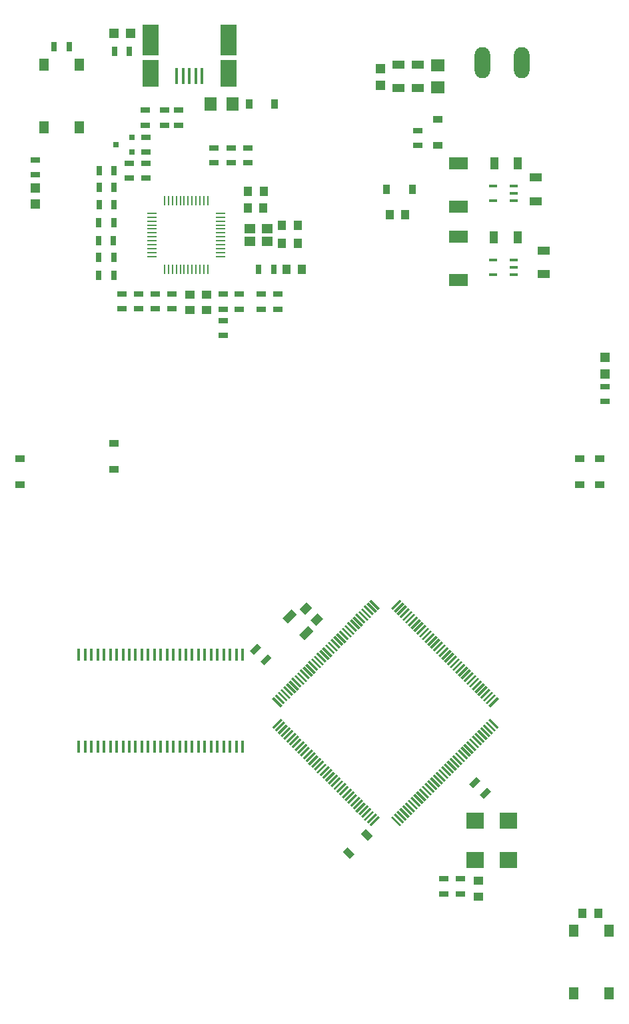
<source format=gtp>
G04 #@! TF.FileFunction,Paste,Top*
%FSLAX46Y46*%
G04 Gerber Fmt 4.6, Leading zero omitted, Abs format (unit mm)*
G04 Created by KiCad (PCBNEW 4.0.4+e1-6308~48~ubuntu14.04.1-stable) date Wed Oct 19 19:57:22 2016*
%MOMM*%
%LPD*%
G01*
G04 APERTURE LIST*
%ADD10C,0.100000*%
%ADD11R,0.457200X1.510000*%
%ADD12R,0.700000X1.300000*%
%ADD13R,1.300000X0.700000*%
%ADD14R,1.600000X1.000000*%
%ADD15R,1.000000X1.250000*%
%ADD16R,1.000000X1.600000*%
%ADD17R,1.250000X1.000000*%
%ADD18R,1.198880X1.198880*%
%ADD19R,2.200000X2.000000*%
%ADD20R,1.800000X1.600000*%
%ADD21R,2.400000X1.500000*%
%ADD22R,1.300000X1.550000*%
%ADD23R,1.098400X0.448400*%
%ADD24R,1.600000X1.800000*%
%ADD25R,0.398400X2.148400*%
%ADD26R,1.998400X3.398400*%
%ADD27R,1.998400X3.898400*%
%ADD28R,0.800100X0.800100*%
%ADD29R,1.300000X0.250000*%
%ADD30R,0.250000X1.300000*%
%ADD31R,1.400000X1.200000*%
%ADD32R,0.910000X1.220000*%
%ADD33R,1.220000X0.910000*%
%ADD34O,1.981200X3.962400*%
G04 APERTURE END LIST*
D10*
D11*
X29607366Y-111413832D03*
X30407366Y-111413832D03*
X31207366Y-111413832D03*
X32007366Y-111413832D03*
X32807366Y-111413832D03*
X33607366Y-111413832D03*
X34407366Y-111413832D03*
X35207366Y-111413832D03*
X36007366Y-111413832D03*
X36807366Y-111413832D03*
X37607366Y-111413832D03*
X38407366Y-111413832D03*
X39207366Y-111413832D03*
X40007366Y-111413832D03*
X40807366Y-111413832D03*
X41607366Y-111413832D03*
X42407366Y-111413832D03*
X43207366Y-111413832D03*
X44007366Y-111413832D03*
X44807366Y-111413832D03*
X45607366Y-111413832D03*
X46407366Y-111413832D03*
X47207366Y-111413832D03*
X48007366Y-111413832D03*
X48807366Y-111413832D03*
X49607366Y-111413832D03*
X50407366Y-111413832D03*
X50407366Y-99743832D03*
X49607366Y-99743832D03*
X48807366Y-99743832D03*
X48007366Y-99743832D03*
X47207366Y-99743832D03*
X46407366Y-99743832D03*
X45607366Y-99743832D03*
X44807366Y-99743832D03*
X44007366Y-99743832D03*
X43207366Y-99743832D03*
X42407366Y-99743832D03*
X41607366Y-99743832D03*
X40807366Y-99743832D03*
X40007366Y-99743832D03*
X39207366Y-99743832D03*
X38407366Y-99743832D03*
X37607366Y-99743832D03*
X36807366Y-99743832D03*
X36007366Y-99743832D03*
X35207366Y-99743832D03*
X34407366Y-99743832D03*
X33607366Y-99743832D03*
X32807366Y-99743832D03*
X32007366Y-99743832D03*
X31207366Y-99743832D03*
X30407366Y-99743832D03*
X29607366Y-99743832D03*
D12*
X34049996Y-44850000D03*
X32149996Y-44850000D03*
D13*
X48950000Y-37250000D03*
X48950000Y-35350000D03*
D10*
G36*
X82745169Y-105062900D02*
X82957301Y-105275032D01*
X81861285Y-106371048D01*
X81649153Y-106158916D01*
X82745169Y-105062900D01*
X82745169Y-105062900D01*
G37*
G36*
X82391616Y-104709346D02*
X82603748Y-104921478D01*
X81507732Y-106017494D01*
X81295600Y-105805362D01*
X82391616Y-104709346D01*
X82391616Y-104709346D01*
G37*
G36*
X82038062Y-104355793D02*
X82250194Y-104567925D01*
X81154178Y-105663941D01*
X80942046Y-105451809D01*
X82038062Y-104355793D01*
X82038062Y-104355793D01*
G37*
G36*
X81684509Y-104002240D02*
X81896641Y-104214372D01*
X80800625Y-105310388D01*
X80588493Y-105098256D01*
X81684509Y-104002240D01*
X81684509Y-104002240D01*
G37*
G36*
X81330955Y-103648686D02*
X81543087Y-103860818D01*
X80447071Y-104956834D01*
X80234939Y-104744702D01*
X81330955Y-103648686D01*
X81330955Y-103648686D01*
G37*
G36*
X80977402Y-103295133D02*
X81189534Y-103507265D01*
X80093518Y-104603281D01*
X79881386Y-104391149D01*
X80977402Y-103295133D01*
X80977402Y-103295133D01*
G37*
G36*
X80623849Y-102941579D02*
X80835981Y-103153711D01*
X79739965Y-104249727D01*
X79527833Y-104037595D01*
X80623849Y-102941579D01*
X80623849Y-102941579D01*
G37*
G36*
X80270295Y-102588026D02*
X80482427Y-102800158D01*
X79386411Y-103896174D01*
X79174279Y-103684042D01*
X80270295Y-102588026D01*
X80270295Y-102588026D01*
G37*
G36*
X79916742Y-102234473D02*
X80128874Y-102446605D01*
X79032858Y-103542621D01*
X78820726Y-103330489D01*
X79916742Y-102234473D01*
X79916742Y-102234473D01*
G37*
G36*
X79563188Y-101880919D02*
X79775320Y-102093051D01*
X78679304Y-103189067D01*
X78467172Y-102976935D01*
X79563188Y-101880919D01*
X79563188Y-101880919D01*
G37*
G36*
X79209635Y-101527366D02*
X79421767Y-101739498D01*
X78325751Y-102835514D01*
X78113619Y-102623382D01*
X79209635Y-101527366D01*
X79209635Y-101527366D01*
G37*
G36*
X78856082Y-101173812D02*
X79068214Y-101385944D01*
X77972198Y-102481960D01*
X77760066Y-102269828D01*
X78856082Y-101173812D01*
X78856082Y-101173812D01*
G37*
G36*
X78502528Y-100820259D02*
X78714660Y-101032391D01*
X77618644Y-102128407D01*
X77406512Y-101916275D01*
X78502528Y-100820259D01*
X78502528Y-100820259D01*
G37*
G36*
X78148975Y-100466706D02*
X78361107Y-100678838D01*
X77265091Y-101774854D01*
X77052959Y-101562722D01*
X78148975Y-100466706D01*
X78148975Y-100466706D01*
G37*
G36*
X77795421Y-100113152D02*
X78007553Y-100325284D01*
X76911537Y-101421300D01*
X76699405Y-101209168D01*
X77795421Y-100113152D01*
X77795421Y-100113152D01*
G37*
G36*
X77441868Y-99759599D02*
X77654000Y-99971731D01*
X76557984Y-101067747D01*
X76345852Y-100855615D01*
X77441868Y-99759599D01*
X77441868Y-99759599D01*
G37*
G36*
X77088315Y-99406046D02*
X77300447Y-99618178D01*
X76204431Y-100714194D01*
X75992299Y-100502062D01*
X77088315Y-99406046D01*
X77088315Y-99406046D01*
G37*
G36*
X76734761Y-99052492D02*
X76946893Y-99264624D01*
X75850877Y-100360640D01*
X75638745Y-100148508D01*
X76734761Y-99052492D01*
X76734761Y-99052492D01*
G37*
G36*
X76381208Y-98698939D02*
X76593340Y-98911071D01*
X75497324Y-100007087D01*
X75285192Y-99794955D01*
X76381208Y-98698939D01*
X76381208Y-98698939D01*
G37*
G36*
X76027654Y-98345385D02*
X76239786Y-98557517D01*
X75143770Y-99653533D01*
X74931638Y-99441401D01*
X76027654Y-98345385D01*
X76027654Y-98345385D01*
G37*
G36*
X75674101Y-97991832D02*
X75886233Y-98203964D01*
X74790217Y-99299980D01*
X74578085Y-99087848D01*
X75674101Y-97991832D01*
X75674101Y-97991832D01*
G37*
G36*
X75320548Y-97638279D02*
X75532680Y-97850411D01*
X74436664Y-98946427D01*
X74224532Y-98734295D01*
X75320548Y-97638279D01*
X75320548Y-97638279D01*
G37*
G36*
X74966994Y-97284725D02*
X75179126Y-97496857D01*
X74083110Y-98592873D01*
X73870978Y-98380741D01*
X74966994Y-97284725D01*
X74966994Y-97284725D01*
G37*
G36*
X74613441Y-96931172D02*
X74825573Y-97143304D01*
X73729557Y-98239320D01*
X73517425Y-98027188D01*
X74613441Y-96931172D01*
X74613441Y-96931172D01*
G37*
G36*
X74259888Y-96577618D02*
X74472020Y-96789750D01*
X73376004Y-97885766D01*
X73163872Y-97673634D01*
X74259888Y-96577618D01*
X74259888Y-96577618D01*
G37*
G36*
X73906334Y-96224065D02*
X74118466Y-96436197D01*
X73022450Y-97532213D01*
X72810318Y-97320081D01*
X73906334Y-96224065D01*
X73906334Y-96224065D01*
G37*
G36*
X73552781Y-95870512D02*
X73764913Y-96082644D01*
X72668897Y-97178660D01*
X72456765Y-96966528D01*
X73552781Y-95870512D01*
X73552781Y-95870512D01*
G37*
G36*
X73199227Y-95516958D02*
X73411359Y-95729090D01*
X72315343Y-96825106D01*
X72103211Y-96612974D01*
X73199227Y-95516958D01*
X73199227Y-95516958D01*
G37*
G36*
X72845674Y-95163405D02*
X73057806Y-95375537D01*
X71961790Y-96471553D01*
X71749658Y-96259421D01*
X72845674Y-95163405D01*
X72845674Y-95163405D01*
G37*
G36*
X72492121Y-94809851D02*
X72704253Y-95021983D01*
X71608237Y-96117999D01*
X71396105Y-95905867D01*
X72492121Y-94809851D01*
X72492121Y-94809851D01*
G37*
G36*
X72138567Y-94456298D02*
X72350699Y-94668430D01*
X71254683Y-95764446D01*
X71042551Y-95552314D01*
X72138567Y-94456298D01*
X72138567Y-94456298D01*
G37*
G36*
X71785014Y-94102745D02*
X71997146Y-94314877D01*
X70901130Y-95410893D01*
X70688998Y-95198761D01*
X71785014Y-94102745D01*
X71785014Y-94102745D01*
G37*
G36*
X71431460Y-93749191D02*
X71643592Y-93961323D01*
X70547576Y-95057339D01*
X70335444Y-94845207D01*
X71431460Y-93749191D01*
X71431460Y-93749191D01*
G37*
G36*
X71077907Y-93395638D02*
X71290039Y-93607770D01*
X70194023Y-94703786D01*
X69981891Y-94491654D01*
X71077907Y-93395638D01*
X71077907Y-93395638D01*
G37*
G36*
X70724354Y-93042084D02*
X70936486Y-93254216D01*
X69840470Y-94350232D01*
X69628338Y-94138100D01*
X70724354Y-93042084D01*
X70724354Y-93042084D01*
G37*
G36*
X70370800Y-92688531D02*
X70582932Y-92900663D01*
X69486916Y-93996679D01*
X69274784Y-93784547D01*
X70370800Y-92688531D01*
X70370800Y-92688531D01*
G37*
G36*
X66517068Y-92900663D02*
X66729200Y-92688531D01*
X67825216Y-93784547D01*
X67613084Y-93996679D01*
X66517068Y-92900663D01*
X66517068Y-92900663D01*
G37*
G36*
X66163514Y-93254216D02*
X66375646Y-93042084D01*
X67471662Y-94138100D01*
X67259530Y-94350232D01*
X66163514Y-93254216D01*
X66163514Y-93254216D01*
G37*
G36*
X65809961Y-93607770D02*
X66022093Y-93395638D01*
X67118109Y-94491654D01*
X66905977Y-94703786D01*
X65809961Y-93607770D01*
X65809961Y-93607770D01*
G37*
G36*
X65456408Y-93961323D02*
X65668540Y-93749191D01*
X66764556Y-94845207D01*
X66552424Y-95057339D01*
X65456408Y-93961323D01*
X65456408Y-93961323D01*
G37*
G36*
X65102854Y-94314877D02*
X65314986Y-94102745D01*
X66411002Y-95198761D01*
X66198870Y-95410893D01*
X65102854Y-94314877D01*
X65102854Y-94314877D01*
G37*
G36*
X64749301Y-94668430D02*
X64961433Y-94456298D01*
X66057449Y-95552314D01*
X65845317Y-95764446D01*
X64749301Y-94668430D01*
X64749301Y-94668430D01*
G37*
G36*
X64395747Y-95021983D02*
X64607879Y-94809851D01*
X65703895Y-95905867D01*
X65491763Y-96117999D01*
X64395747Y-95021983D01*
X64395747Y-95021983D01*
G37*
G36*
X64042194Y-95375537D02*
X64254326Y-95163405D01*
X65350342Y-96259421D01*
X65138210Y-96471553D01*
X64042194Y-95375537D01*
X64042194Y-95375537D01*
G37*
G36*
X63688641Y-95729090D02*
X63900773Y-95516958D01*
X64996789Y-96612974D01*
X64784657Y-96825106D01*
X63688641Y-95729090D01*
X63688641Y-95729090D01*
G37*
G36*
X63335087Y-96082644D02*
X63547219Y-95870512D01*
X64643235Y-96966528D01*
X64431103Y-97178660D01*
X63335087Y-96082644D01*
X63335087Y-96082644D01*
G37*
G36*
X62981534Y-96436197D02*
X63193666Y-96224065D01*
X64289682Y-97320081D01*
X64077550Y-97532213D01*
X62981534Y-96436197D01*
X62981534Y-96436197D01*
G37*
G36*
X62627980Y-96789750D02*
X62840112Y-96577618D01*
X63936128Y-97673634D01*
X63723996Y-97885766D01*
X62627980Y-96789750D01*
X62627980Y-96789750D01*
G37*
G36*
X62274427Y-97143304D02*
X62486559Y-96931172D01*
X63582575Y-98027188D01*
X63370443Y-98239320D01*
X62274427Y-97143304D01*
X62274427Y-97143304D01*
G37*
G36*
X61920874Y-97496857D02*
X62133006Y-97284725D01*
X63229022Y-98380741D01*
X63016890Y-98592873D01*
X61920874Y-97496857D01*
X61920874Y-97496857D01*
G37*
G36*
X61567320Y-97850411D02*
X61779452Y-97638279D01*
X62875468Y-98734295D01*
X62663336Y-98946427D01*
X61567320Y-97850411D01*
X61567320Y-97850411D01*
G37*
G36*
X61213767Y-98203964D02*
X61425899Y-97991832D01*
X62521915Y-99087848D01*
X62309783Y-99299980D01*
X61213767Y-98203964D01*
X61213767Y-98203964D01*
G37*
G36*
X60860214Y-98557517D02*
X61072346Y-98345385D01*
X62168362Y-99441401D01*
X61956230Y-99653533D01*
X60860214Y-98557517D01*
X60860214Y-98557517D01*
G37*
G36*
X60506660Y-98911071D02*
X60718792Y-98698939D01*
X61814808Y-99794955D01*
X61602676Y-100007087D01*
X60506660Y-98911071D01*
X60506660Y-98911071D01*
G37*
G36*
X60153107Y-99264624D02*
X60365239Y-99052492D01*
X61461255Y-100148508D01*
X61249123Y-100360640D01*
X60153107Y-99264624D01*
X60153107Y-99264624D01*
G37*
G36*
X59799553Y-99618178D02*
X60011685Y-99406046D01*
X61107701Y-100502062D01*
X60895569Y-100714194D01*
X59799553Y-99618178D01*
X59799553Y-99618178D01*
G37*
G36*
X59446000Y-99971731D02*
X59658132Y-99759599D01*
X60754148Y-100855615D01*
X60542016Y-101067747D01*
X59446000Y-99971731D01*
X59446000Y-99971731D01*
G37*
G36*
X59092447Y-100325284D02*
X59304579Y-100113152D01*
X60400595Y-101209168D01*
X60188463Y-101421300D01*
X59092447Y-100325284D01*
X59092447Y-100325284D01*
G37*
G36*
X58738893Y-100678838D02*
X58951025Y-100466706D01*
X60047041Y-101562722D01*
X59834909Y-101774854D01*
X58738893Y-100678838D01*
X58738893Y-100678838D01*
G37*
G36*
X58385340Y-101032391D02*
X58597472Y-100820259D01*
X59693488Y-101916275D01*
X59481356Y-102128407D01*
X58385340Y-101032391D01*
X58385340Y-101032391D01*
G37*
G36*
X58031786Y-101385944D02*
X58243918Y-101173812D01*
X59339934Y-102269828D01*
X59127802Y-102481960D01*
X58031786Y-101385944D01*
X58031786Y-101385944D01*
G37*
G36*
X57678233Y-101739498D02*
X57890365Y-101527366D01*
X58986381Y-102623382D01*
X58774249Y-102835514D01*
X57678233Y-101739498D01*
X57678233Y-101739498D01*
G37*
G36*
X57324680Y-102093051D02*
X57536812Y-101880919D01*
X58632828Y-102976935D01*
X58420696Y-103189067D01*
X57324680Y-102093051D01*
X57324680Y-102093051D01*
G37*
G36*
X56971126Y-102446605D02*
X57183258Y-102234473D01*
X58279274Y-103330489D01*
X58067142Y-103542621D01*
X56971126Y-102446605D01*
X56971126Y-102446605D01*
G37*
G36*
X56617573Y-102800158D02*
X56829705Y-102588026D01*
X57925721Y-103684042D01*
X57713589Y-103896174D01*
X56617573Y-102800158D01*
X56617573Y-102800158D01*
G37*
G36*
X56264019Y-103153711D02*
X56476151Y-102941579D01*
X57572167Y-104037595D01*
X57360035Y-104249727D01*
X56264019Y-103153711D01*
X56264019Y-103153711D01*
G37*
G36*
X55910466Y-103507265D02*
X56122598Y-103295133D01*
X57218614Y-104391149D01*
X57006482Y-104603281D01*
X55910466Y-103507265D01*
X55910466Y-103507265D01*
G37*
G36*
X55556913Y-103860818D02*
X55769045Y-103648686D01*
X56865061Y-104744702D01*
X56652929Y-104956834D01*
X55556913Y-103860818D01*
X55556913Y-103860818D01*
G37*
G36*
X55203359Y-104214372D02*
X55415491Y-104002240D01*
X56511507Y-105098256D01*
X56299375Y-105310388D01*
X55203359Y-104214372D01*
X55203359Y-104214372D01*
G37*
G36*
X54849806Y-104567925D02*
X55061938Y-104355793D01*
X56157954Y-105451809D01*
X55945822Y-105663941D01*
X54849806Y-104567925D01*
X54849806Y-104567925D01*
G37*
G36*
X54496252Y-104921478D02*
X54708384Y-104709346D01*
X55804400Y-105805362D01*
X55592268Y-106017494D01*
X54496252Y-104921478D01*
X54496252Y-104921478D01*
G37*
G36*
X54142699Y-105275032D02*
X54354831Y-105062900D01*
X55450847Y-106158916D01*
X55238715Y-106371048D01*
X54142699Y-105275032D01*
X54142699Y-105275032D01*
G37*
G36*
X55238715Y-107820616D02*
X55450847Y-108032748D01*
X54354831Y-109128764D01*
X54142699Y-108916632D01*
X55238715Y-107820616D01*
X55238715Y-107820616D01*
G37*
G36*
X55592268Y-108174170D02*
X55804400Y-108386302D01*
X54708384Y-109482318D01*
X54496252Y-109270186D01*
X55592268Y-108174170D01*
X55592268Y-108174170D01*
G37*
G36*
X55945822Y-108527723D02*
X56157954Y-108739855D01*
X55061938Y-109835871D01*
X54849806Y-109623739D01*
X55945822Y-108527723D01*
X55945822Y-108527723D01*
G37*
G36*
X56299375Y-108881276D02*
X56511507Y-109093408D01*
X55415491Y-110189424D01*
X55203359Y-109977292D01*
X56299375Y-108881276D01*
X56299375Y-108881276D01*
G37*
G36*
X56652929Y-109234830D02*
X56865061Y-109446962D01*
X55769045Y-110542978D01*
X55556913Y-110330846D01*
X56652929Y-109234830D01*
X56652929Y-109234830D01*
G37*
G36*
X57006482Y-109588383D02*
X57218614Y-109800515D01*
X56122598Y-110896531D01*
X55910466Y-110684399D01*
X57006482Y-109588383D01*
X57006482Y-109588383D01*
G37*
G36*
X57360035Y-109941937D02*
X57572167Y-110154069D01*
X56476151Y-111250085D01*
X56264019Y-111037953D01*
X57360035Y-109941937D01*
X57360035Y-109941937D01*
G37*
G36*
X57713589Y-110295490D02*
X57925721Y-110507622D01*
X56829705Y-111603638D01*
X56617573Y-111391506D01*
X57713589Y-110295490D01*
X57713589Y-110295490D01*
G37*
G36*
X58067142Y-110649043D02*
X58279274Y-110861175D01*
X57183258Y-111957191D01*
X56971126Y-111745059D01*
X58067142Y-110649043D01*
X58067142Y-110649043D01*
G37*
G36*
X58420696Y-111002597D02*
X58632828Y-111214729D01*
X57536812Y-112310745D01*
X57324680Y-112098613D01*
X58420696Y-111002597D01*
X58420696Y-111002597D01*
G37*
G36*
X58774249Y-111356150D02*
X58986381Y-111568282D01*
X57890365Y-112664298D01*
X57678233Y-112452166D01*
X58774249Y-111356150D01*
X58774249Y-111356150D01*
G37*
G36*
X59127802Y-111709704D02*
X59339934Y-111921836D01*
X58243918Y-113017852D01*
X58031786Y-112805720D01*
X59127802Y-111709704D01*
X59127802Y-111709704D01*
G37*
G36*
X59481356Y-112063257D02*
X59693488Y-112275389D01*
X58597472Y-113371405D01*
X58385340Y-113159273D01*
X59481356Y-112063257D01*
X59481356Y-112063257D01*
G37*
G36*
X59834909Y-112416810D02*
X60047041Y-112628942D01*
X58951025Y-113724958D01*
X58738893Y-113512826D01*
X59834909Y-112416810D01*
X59834909Y-112416810D01*
G37*
G36*
X60188463Y-112770364D02*
X60400595Y-112982496D01*
X59304579Y-114078512D01*
X59092447Y-113866380D01*
X60188463Y-112770364D01*
X60188463Y-112770364D01*
G37*
G36*
X60542016Y-113123917D02*
X60754148Y-113336049D01*
X59658132Y-114432065D01*
X59446000Y-114219933D01*
X60542016Y-113123917D01*
X60542016Y-113123917D01*
G37*
G36*
X60895569Y-113477470D02*
X61107701Y-113689602D01*
X60011685Y-114785618D01*
X59799553Y-114573486D01*
X60895569Y-113477470D01*
X60895569Y-113477470D01*
G37*
G36*
X61249123Y-113831024D02*
X61461255Y-114043156D01*
X60365239Y-115139172D01*
X60153107Y-114927040D01*
X61249123Y-113831024D01*
X61249123Y-113831024D01*
G37*
G36*
X61602676Y-114184577D02*
X61814808Y-114396709D01*
X60718792Y-115492725D01*
X60506660Y-115280593D01*
X61602676Y-114184577D01*
X61602676Y-114184577D01*
G37*
G36*
X61956230Y-114538131D02*
X62168362Y-114750263D01*
X61072346Y-115846279D01*
X60860214Y-115634147D01*
X61956230Y-114538131D01*
X61956230Y-114538131D01*
G37*
G36*
X62309783Y-114891684D02*
X62521915Y-115103816D01*
X61425899Y-116199832D01*
X61213767Y-115987700D01*
X62309783Y-114891684D01*
X62309783Y-114891684D01*
G37*
G36*
X62663336Y-115245237D02*
X62875468Y-115457369D01*
X61779452Y-116553385D01*
X61567320Y-116341253D01*
X62663336Y-115245237D01*
X62663336Y-115245237D01*
G37*
G36*
X63016890Y-115598791D02*
X63229022Y-115810923D01*
X62133006Y-116906939D01*
X61920874Y-116694807D01*
X63016890Y-115598791D01*
X63016890Y-115598791D01*
G37*
G36*
X63370443Y-115952344D02*
X63582575Y-116164476D01*
X62486559Y-117260492D01*
X62274427Y-117048360D01*
X63370443Y-115952344D01*
X63370443Y-115952344D01*
G37*
G36*
X63723996Y-116305898D02*
X63936128Y-116518030D01*
X62840112Y-117614046D01*
X62627980Y-117401914D01*
X63723996Y-116305898D01*
X63723996Y-116305898D01*
G37*
G36*
X64077550Y-116659451D02*
X64289682Y-116871583D01*
X63193666Y-117967599D01*
X62981534Y-117755467D01*
X64077550Y-116659451D01*
X64077550Y-116659451D01*
G37*
G36*
X64431103Y-117013004D02*
X64643235Y-117225136D01*
X63547219Y-118321152D01*
X63335087Y-118109020D01*
X64431103Y-117013004D01*
X64431103Y-117013004D01*
G37*
G36*
X64784657Y-117366558D02*
X64996789Y-117578690D01*
X63900773Y-118674706D01*
X63688641Y-118462574D01*
X64784657Y-117366558D01*
X64784657Y-117366558D01*
G37*
G36*
X65138210Y-117720111D02*
X65350342Y-117932243D01*
X64254326Y-119028259D01*
X64042194Y-118816127D01*
X65138210Y-117720111D01*
X65138210Y-117720111D01*
G37*
G36*
X65491763Y-118073665D02*
X65703895Y-118285797D01*
X64607879Y-119381813D01*
X64395747Y-119169681D01*
X65491763Y-118073665D01*
X65491763Y-118073665D01*
G37*
G36*
X65845317Y-118427218D02*
X66057449Y-118639350D01*
X64961433Y-119735366D01*
X64749301Y-119523234D01*
X65845317Y-118427218D01*
X65845317Y-118427218D01*
G37*
G36*
X66198870Y-118780771D02*
X66411002Y-118992903D01*
X65314986Y-120088919D01*
X65102854Y-119876787D01*
X66198870Y-118780771D01*
X66198870Y-118780771D01*
G37*
G36*
X66552424Y-119134325D02*
X66764556Y-119346457D01*
X65668540Y-120442473D01*
X65456408Y-120230341D01*
X66552424Y-119134325D01*
X66552424Y-119134325D01*
G37*
G36*
X66905977Y-119487878D02*
X67118109Y-119700010D01*
X66022093Y-120796026D01*
X65809961Y-120583894D01*
X66905977Y-119487878D01*
X66905977Y-119487878D01*
G37*
G36*
X67259530Y-119841432D02*
X67471662Y-120053564D01*
X66375646Y-121149580D01*
X66163514Y-120937448D01*
X67259530Y-119841432D01*
X67259530Y-119841432D01*
G37*
G36*
X67613084Y-120194985D02*
X67825216Y-120407117D01*
X66729200Y-121503133D01*
X66517068Y-121291001D01*
X67613084Y-120194985D01*
X67613084Y-120194985D01*
G37*
G36*
X69274784Y-120407117D02*
X69486916Y-120194985D01*
X70582932Y-121291001D01*
X70370800Y-121503133D01*
X69274784Y-120407117D01*
X69274784Y-120407117D01*
G37*
G36*
X69628338Y-120053564D02*
X69840470Y-119841432D01*
X70936486Y-120937448D01*
X70724354Y-121149580D01*
X69628338Y-120053564D01*
X69628338Y-120053564D01*
G37*
G36*
X69981891Y-119700010D02*
X70194023Y-119487878D01*
X71290039Y-120583894D01*
X71077907Y-120796026D01*
X69981891Y-119700010D01*
X69981891Y-119700010D01*
G37*
G36*
X70335444Y-119346457D02*
X70547576Y-119134325D01*
X71643592Y-120230341D01*
X71431460Y-120442473D01*
X70335444Y-119346457D01*
X70335444Y-119346457D01*
G37*
G36*
X70688998Y-118992903D02*
X70901130Y-118780771D01*
X71997146Y-119876787D01*
X71785014Y-120088919D01*
X70688998Y-118992903D01*
X70688998Y-118992903D01*
G37*
G36*
X71042551Y-118639350D02*
X71254683Y-118427218D01*
X72350699Y-119523234D01*
X72138567Y-119735366D01*
X71042551Y-118639350D01*
X71042551Y-118639350D01*
G37*
G36*
X71396105Y-118285797D02*
X71608237Y-118073665D01*
X72704253Y-119169681D01*
X72492121Y-119381813D01*
X71396105Y-118285797D01*
X71396105Y-118285797D01*
G37*
G36*
X71749658Y-117932243D02*
X71961790Y-117720111D01*
X73057806Y-118816127D01*
X72845674Y-119028259D01*
X71749658Y-117932243D01*
X71749658Y-117932243D01*
G37*
G36*
X72103211Y-117578690D02*
X72315343Y-117366558D01*
X73411359Y-118462574D01*
X73199227Y-118674706D01*
X72103211Y-117578690D01*
X72103211Y-117578690D01*
G37*
G36*
X72456765Y-117225136D02*
X72668897Y-117013004D01*
X73764913Y-118109020D01*
X73552781Y-118321152D01*
X72456765Y-117225136D01*
X72456765Y-117225136D01*
G37*
G36*
X72810318Y-116871583D02*
X73022450Y-116659451D01*
X74118466Y-117755467D01*
X73906334Y-117967599D01*
X72810318Y-116871583D01*
X72810318Y-116871583D01*
G37*
G36*
X73163872Y-116518030D02*
X73376004Y-116305898D01*
X74472020Y-117401914D01*
X74259888Y-117614046D01*
X73163872Y-116518030D01*
X73163872Y-116518030D01*
G37*
G36*
X73517425Y-116164476D02*
X73729557Y-115952344D01*
X74825573Y-117048360D01*
X74613441Y-117260492D01*
X73517425Y-116164476D01*
X73517425Y-116164476D01*
G37*
G36*
X73870978Y-115810923D02*
X74083110Y-115598791D01*
X75179126Y-116694807D01*
X74966994Y-116906939D01*
X73870978Y-115810923D01*
X73870978Y-115810923D01*
G37*
G36*
X74224532Y-115457369D02*
X74436664Y-115245237D01*
X75532680Y-116341253D01*
X75320548Y-116553385D01*
X74224532Y-115457369D01*
X74224532Y-115457369D01*
G37*
G36*
X74578085Y-115103816D02*
X74790217Y-114891684D01*
X75886233Y-115987700D01*
X75674101Y-116199832D01*
X74578085Y-115103816D01*
X74578085Y-115103816D01*
G37*
G36*
X74931638Y-114750263D02*
X75143770Y-114538131D01*
X76239786Y-115634147D01*
X76027654Y-115846279D01*
X74931638Y-114750263D01*
X74931638Y-114750263D01*
G37*
G36*
X75285192Y-114396709D02*
X75497324Y-114184577D01*
X76593340Y-115280593D01*
X76381208Y-115492725D01*
X75285192Y-114396709D01*
X75285192Y-114396709D01*
G37*
G36*
X75638745Y-114043156D02*
X75850877Y-113831024D01*
X76946893Y-114927040D01*
X76734761Y-115139172D01*
X75638745Y-114043156D01*
X75638745Y-114043156D01*
G37*
G36*
X75992299Y-113689602D02*
X76204431Y-113477470D01*
X77300447Y-114573486D01*
X77088315Y-114785618D01*
X75992299Y-113689602D01*
X75992299Y-113689602D01*
G37*
G36*
X76345852Y-113336049D02*
X76557984Y-113123917D01*
X77654000Y-114219933D01*
X77441868Y-114432065D01*
X76345852Y-113336049D01*
X76345852Y-113336049D01*
G37*
G36*
X76699405Y-112982496D02*
X76911537Y-112770364D01*
X78007553Y-113866380D01*
X77795421Y-114078512D01*
X76699405Y-112982496D01*
X76699405Y-112982496D01*
G37*
G36*
X77052959Y-112628942D02*
X77265091Y-112416810D01*
X78361107Y-113512826D01*
X78148975Y-113724958D01*
X77052959Y-112628942D01*
X77052959Y-112628942D01*
G37*
G36*
X77406512Y-112275389D02*
X77618644Y-112063257D01*
X78714660Y-113159273D01*
X78502528Y-113371405D01*
X77406512Y-112275389D01*
X77406512Y-112275389D01*
G37*
G36*
X77760066Y-111921836D02*
X77972198Y-111709704D01*
X79068214Y-112805720D01*
X78856082Y-113017852D01*
X77760066Y-111921836D01*
X77760066Y-111921836D01*
G37*
G36*
X78113619Y-111568282D02*
X78325751Y-111356150D01*
X79421767Y-112452166D01*
X79209635Y-112664298D01*
X78113619Y-111568282D01*
X78113619Y-111568282D01*
G37*
G36*
X78467172Y-111214729D02*
X78679304Y-111002597D01*
X79775320Y-112098613D01*
X79563188Y-112310745D01*
X78467172Y-111214729D01*
X78467172Y-111214729D01*
G37*
G36*
X78820726Y-110861175D02*
X79032858Y-110649043D01*
X80128874Y-111745059D01*
X79916742Y-111957191D01*
X78820726Y-110861175D01*
X78820726Y-110861175D01*
G37*
G36*
X79174279Y-110507622D02*
X79386411Y-110295490D01*
X80482427Y-111391506D01*
X80270295Y-111603638D01*
X79174279Y-110507622D01*
X79174279Y-110507622D01*
G37*
G36*
X79527833Y-110154069D02*
X79739965Y-109941937D01*
X80835981Y-111037953D01*
X80623849Y-111250085D01*
X79527833Y-110154069D01*
X79527833Y-110154069D01*
G37*
G36*
X79881386Y-109800515D02*
X80093518Y-109588383D01*
X81189534Y-110684399D01*
X80977402Y-110896531D01*
X79881386Y-109800515D01*
X79881386Y-109800515D01*
G37*
G36*
X80234939Y-109446962D02*
X80447071Y-109234830D01*
X81543087Y-110330846D01*
X81330955Y-110542978D01*
X80234939Y-109446962D01*
X80234939Y-109446962D01*
G37*
G36*
X80588493Y-109093408D02*
X80800625Y-108881276D01*
X81896641Y-109977292D01*
X81684509Y-110189424D01*
X80588493Y-109093408D01*
X80588493Y-109093408D01*
G37*
G36*
X80942046Y-108739855D02*
X81154178Y-108527723D01*
X82250194Y-109623739D01*
X82038062Y-109835871D01*
X80942046Y-108739855D01*
X80942046Y-108739855D01*
G37*
G36*
X81295600Y-108386302D02*
X81507732Y-108174170D01*
X82603748Y-109270186D01*
X82391616Y-109482318D01*
X81295600Y-108386302D01*
X81295600Y-108386302D01*
G37*
G36*
X81649153Y-108032748D02*
X81861285Y-107820616D01*
X82957301Y-108916632D01*
X82745169Y-109128764D01*
X81649153Y-108032748D01*
X81649153Y-108032748D01*
G37*
D12*
X52450000Y-50750000D03*
X54350000Y-50750000D03*
D10*
G36*
X79221142Y-116140381D02*
X80140381Y-115221142D01*
X80635356Y-115716117D01*
X79716117Y-116635356D01*
X79221142Y-116140381D01*
X79221142Y-116140381D01*
G37*
G36*
X80564644Y-117483883D02*
X81483883Y-116564644D01*
X81978858Y-117059619D01*
X81059619Y-117978858D01*
X80564644Y-117483883D01*
X80564644Y-117483883D01*
G37*
D14*
X87670000Y-39100000D03*
X87670000Y-42100000D03*
X88640000Y-48370000D03*
X88640000Y-51370000D03*
X70229194Y-24741390D03*
X70229194Y-27741390D03*
D15*
X95621870Y-132564032D03*
X93621870Y-132564032D03*
D14*
X72649194Y-24741390D03*
X72649194Y-27741390D03*
D16*
X85390000Y-37290000D03*
X82390000Y-37290000D03*
X85330000Y-46736000D03*
X82330000Y-46736000D03*
D10*
G36*
X60652602Y-95168719D02*
X59768719Y-96052602D01*
X59061612Y-95345495D01*
X59945495Y-94461612D01*
X60652602Y-95168719D01*
X60652602Y-95168719D01*
G37*
G36*
X59238388Y-93754505D02*
X58354505Y-94638388D01*
X57647398Y-93931281D01*
X58531281Y-93047398D01*
X59238388Y-93754505D01*
X59238388Y-93754505D01*
G37*
G36*
X59429899Y-96748528D02*
X58298528Y-97879899D01*
X57591421Y-97172792D01*
X58722792Y-96041421D01*
X59429899Y-96748528D01*
X59429899Y-96748528D01*
G37*
G36*
X57308579Y-94627208D02*
X56177208Y-95758579D01*
X55470101Y-95051472D01*
X56601472Y-93920101D01*
X57308579Y-94627208D01*
X57308579Y-94627208D01*
G37*
D17*
X80350000Y-128425000D03*
X80350000Y-130425000D03*
D15*
X71090000Y-43820000D03*
X69090000Y-43820000D03*
D18*
X24099000Y-42507592D03*
X24099000Y-40409552D03*
D19*
X84150000Y-125800000D03*
X84150000Y-120800000D03*
X79950000Y-120800000D03*
X79950000Y-125800000D03*
D10*
G36*
X66096518Y-121840811D02*
X66959189Y-122703482D01*
X66315722Y-123346949D01*
X65453051Y-122484278D01*
X66096518Y-121840811D01*
X66096518Y-121840811D01*
G37*
G36*
X63784278Y-124153051D02*
X64646949Y-125015722D01*
X64003482Y-125659189D01*
X63140811Y-124796518D01*
X63784278Y-124153051D01*
X63784278Y-124153051D01*
G37*
D20*
X75200000Y-24850000D03*
X75200000Y-27650000D03*
D21*
X77850000Y-42850000D03*
X77850000Y-37350000D03*
X77800000Y-52150000D03*
X77800000Y-46650000D03*
D18*
X96425000Y-61925980D03*
X96425000Y-64024020D03*
X67900000Y-27399020D03*
X67900000Y-25300980D03*
D13*
X96425000Y-65675000D03*
X96425000Y-67575000D03*
D12*
X26450000Y-22500000D03*
X28350000Y-22500000D03*
D10*
G36*
X54078858Y-100159619D02*
X53159619Y-101078858D01*
X52664644Y-100583883D01*
X53583883Y-99664644D01*
X54078858Y-100159619D01*
X54078858Y-100159619D01*
G37*
G36*
X52735356Y-98816117D02*
X51816117Y-99735356D01*
X51321142Y-99240381D01*
X52240381Y-98321142D01*
X52735356Y-98816117D01*
X52735356Y-98816117D01*
G37*
D13*
X24100000Y-38750000D03*
X24100000Y-36850000D03*
X75960000Y-128200000D03*
X75960000Y-130100000D03*
X72650000Y-35050000D03*
X72650000Y-33150000D03*
X78100000Y-130100000D03*
X78100000Y-128200000D03*
D22*
X25144000Y-24789000D03*
X29644000Y-24789000D03*
X29644000Y-32739000D03*
X25144000Y-32739000D03*
X92471870Y-134794032D03*
X96971870Y-134794032D03*
X96971870Y-142744032D03*
X92471870Y-142744032D03*
D23*
X82276000Y-40162000D03*
X82276000Y-42062000D03*
X84876000Y-40162000D03*
X84876000Y-41112000D03*
X84876000Y-42062000D03*
X82276000Y-49560000D03*
X82276000Y-51460000D03*
X84876000Y-49560000D03*
X84876000Y-50510000D03*
X84876000Y-51460000D03*
D24*
X46300000Y-29800000D03*
X49100000Y-29800000D03*
D25*
X45262000Y-26242000D03*
X44462000Y-26242000D03*
X43662000Y-26242000D03*
X42862000Y-26242000D03*
X42062000Y-26242000D03*
D26*
X48612000Y-25886000D03*
D27*
X48612000Y-21636000D03*
D26*
X38712000Y-25886000D03*
D27*
X38712000Y-21636000D03*
D28*
X36314760Y-35874000D03*
X36314760Y-33974000D03*
X34315780Y-34924000D03*
D12*
X34100000Y-38200000D03*
X32200000Y-38200000D03*
D13*
X41450000Y-53900000D03*
X41450000Y-55800000D03*
D12*
X34053571Y-49250000D03*
X32153571Y-49250000D03*
D13*
X37200000Y-53892858D03*
X37200000Y-55792858D03*
X46750000Y-37250000D03*
X46750000Y-35350000D03*
X35050000Y-53900000D03*
X35050000Y-55800000D03*
D12*
X34090712Y-42600000D03*
X32190712Y-42600000D03*
X34036070Y-51550000D03*
X32136070Y-51550000D03*
D13*
X54850000Y-53930000D03*
X54850000Y-55830000D03*
X52750000Y-53930000D03*
X52750000Y-55830000D03*
D12*
X34095354Y-40350000D03*
X32195354Y-40350000D03*
D29*
X47590000Y-49146000D03*
X47590000Y-48646000D03*
X47590000Y-48146000D03*
X47590000Y-47646000D03*
X47590000Y-47146000D03*
X47590000Y-46646000D03*
X47590000Y-46146000D03*
X47590000Y-45646000D03*
X47590000Y-45146000D03*
X47590000Y-44646000D03*
X47590000Y-44146000D03*
X47590000Y-43646000D03*
D30*
X45990000Y-42046000D03*
X45490000Y-42046000D03*
X44990000Y-42046000D03*
X44490000Y-42046000D03*
X43990000Y-42046000D03*
X43490000Y-42046000D03*
X42990000Y-42046000D03*
X42490000Y-42046000D03*
X41990000Y-42046000D03*
X41490000Y-42046000D03*
X40990000Y-42046000D03*
X40490000Y-42046000D03*
D29*
X38890000Y-43646000D03*
X38890000Y-44146000D03*
X38890000Y-44646000D03*
X38890000Y-45146000D03*
X38890000Y-45646000D03*
X38890000Y-46146000D03*
X38890000Y-46646000D03*
X38890000Y-47146000D03*
X38890000Y-47646000D03*
X38890000Y-48146000D03*
X38890000Y-48646000D03*
X38890000Y-49146000D03*
D30*
X40490000Y-50746000D03*
X40990000Y-50746000D03*
X41490000Y-50746000D03*
X41990000Y-50746000D03*
X42490000Y-50746000D03*
X42990000Y-50746000D03*
X43490000Y-50746000D03*
X43990000Y-50746000D03*
X44490000Y-50746000D03*
X44990000Y-50746000D03*
X45490000Y-50746000D03*
X45990000Y-50746000D03*
D31*
X53550000Y-45646000D03*
X51350000Y-45646000D03*
X53550000Y-47246000D03*
X51350000Y-47246000D03*
D15*
X55970000Y-50760000D03*
X57970000Y-50760000D03*
D17*
X43700000Y-53950000D03*
X43700000Y-55950000D03*
D15*
X51100000Y-40900000D03*
X53100000Y-40900000D03*
X51050000Y-43000000D03*
X53050000Y-43000000D03*
D17*
X45850000Y-53950000D03*
X45850000Y-55950000D03*
D15*
X55400000Y-47450000D03*
X57400000Y-47450000D03*
X55400000Y-45200000D03*
X57400000Y-45200000D03*
D13*
X39300000Y-55800000D03*
X39300000Y-53900000D03*
D12*
X34008213Y-47150000D03*
X32108213Y-47150000D03*
D13*
X51090000Y-37230000D03*
X51090000Y-35330000D03*
X40486000Y-30572000D03*
X40486000Y-32472000D03*
X42264000Y-30560000D03*
X42264000Y-32460000D03*
X38000000Y-30572000D03*
X38000000Y-32472000D03*
X38108000Y-33974000D03*
X38108000Y-35874000D03*
X38108000Y-37276000D03*
X38108000Y-39176000D03*
X36000000Y-37300000D03*
X36000000Y-39200000D03*
D12*
X36050000Y-23100000D03*
X34150000Y-23100000D03*
D18*
X34050980Y-20800000D03*
X36149020Y-20800000D03*
D13*
X50010000Y-53940000D03*
X50010000Y-55840000D03*
X47940000Y-53940000D03*
X47940000Y-55840000D03*
X47940000Y-59190000D03*
X47940000Y-57290000D03*
D32*
X71993000Y-40640000D03*
X68723000Y-40640000D03*
D33*
X22098000Y-74819000D03*
X22098000Y-78089000D03*
X93218000Y-74819000D03*
X93218000Y-78089000D03*
X95760000Y-74825000D03*
X95760000Y-78095000D03*
X34100000Y-72865000D03*
X34100000Y-76135000D03*
X75250000Y-35035000D03*
X75250000Y-31765000D03*
D32*
X54495000Y-29800000D03*
X51225000Y-29800000D03*
D34*
X85850000Y-24500000D03*
X80850000Y-24500000D03*
M02*

</source>
